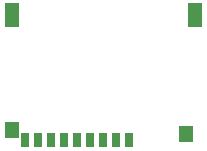
<source format=gbr>
G04 #@! TF.GenerationSoftware,KiCad,Pcbnew,(5.1.5)-3*
G04 #@! TF.CreationDate,2020-02-11T21:27:27+08:00*
G04 #@! TF.ProjectId,F1C200S_KIT,46314332-3030-4535-9f4b-49542e6b6963,V1.0*
G04 #@! TF.SameCoordinates,Original*
G04 #@! TF.FileFunction,Paste,Bot*
G04 #@! TF.FilePolarity,Positive*
%FSLAX46Y46*%
G04 Gerber Fmt 4.6, Leading zero omitted, Abs format (unit mm)*
G04 Created by KiCad (PCBNEW (5.1.5)-3) date 2020-02-11 21:27:27*
%MOMM*%
%LPD*%
G04 APERTURE LIST*
%ADD10R,0.700000X1.300000*%
%ADD11R,1.200000X1.400000*%
%ADD12R,1.200000X2.000000*%
G04 APERTURE END LIST*
D10*
X171455000Y-117225000D03*
X172555000Y-117225000D03*
X180255000Y-117225000D03*
X173655000Y-117225000D03*
X174755000Y-117225000D03*
X175855000Y-117225000D03*
X176955000Y-117225000D03*
X178055000Y-117225000D03*
X179155000Y-117225000D03*
D11*
X185035000Y-116775000D03*
X170315000Y-116375000D03*
D12*
X170315000Y-106675000D03*
X185835000Y-106675000D03*
M02*

</source>
